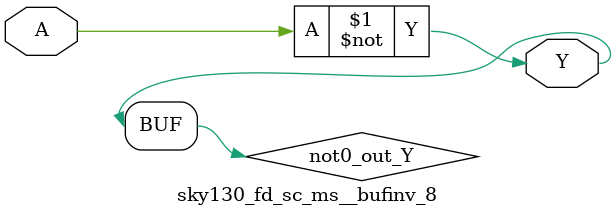
<source format=v>
/*
 * Copyright 2020 The SkyWater PDK Authors
 *
 * Licensed under the Apache License, Version 2.0 (the "License");
 * you may not use this file except in compliance with the License.
 * You may obtain a copy of the License at
 *
 *     https://www.apache.org/licenses/LICENSE-2.0
 *
 * Unless required by applicable law or agreed to in writing, software
 * distributed under the License is distributed on an "AS IS" BASIS,
 * WITHOUT WARRANTIES OR CONDITIONS OF ANY KIND, either express or implied.
 * See the License for the specific language governing permissions and
 * limitations under the License.
 *
 * SPDX-License-Identifier: Apache-2.0
*/


`ifndef SKY130_FD_SC_MS__BUFINV_8_FUNCTIONAL_V
`define SKY130_FD_SC_MS__BUFINV_8_FUNCTIONAL_V

/**
 * bufinv: Buffer followed by inverter.
 *
 * Verilog simulation functional model.
 */

`timescale 1ns / 1ps
`default_nettype none

`celldefine
module sky130_fd_sc_ms__bufinv_8 (
    Y,
    A
);

    // Module ports
    output Y;
    input  A;

    // Local signals
    wire not0_out_Y;

    //  Name  Output      Other arguments
    not not0 (not0_out_Y, A              );
    buf buf0 (Y         , not0_out_Y     );

endmodule
`endcelldefine

`default_nettype wire
`endif  // SKY130_FD_SC_MS__BUFINV_8_FUNCTIONAL_V

</source>
